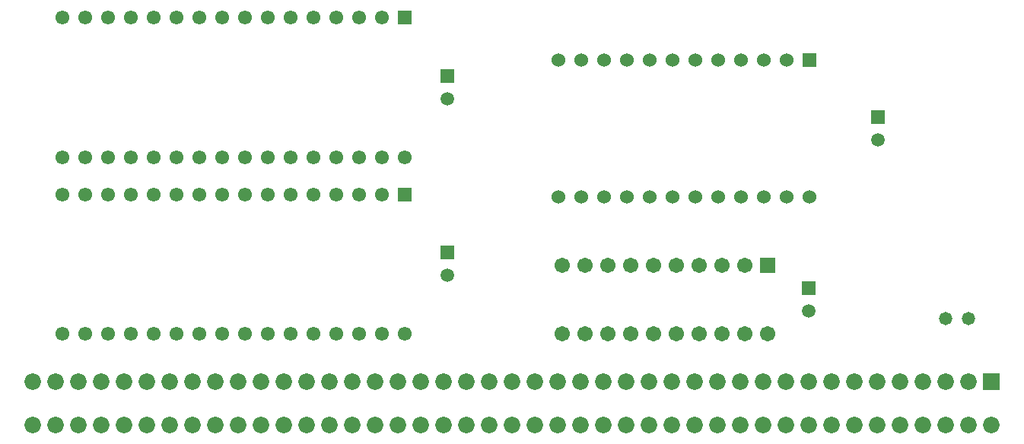
<source format=gbs>
G04*
G04 #@! TF.GenerationSoftware,Altium Limited,Altium Designer,20.2.6 (244)*
G04*
G04 Layer_Color=16711935*
%FSAX24Y24*%
%MOIN*%
G70*
G04*
G04 #@! TF.SameCoordinates,F670C94F-DB3F-48BB-9EAE-642EF2030223*
G04*
G04*
G04 #@! TF.FilePolarity,Negative*
G04*
G01*
G75*
%ADD16R,0.0671X0.0671*%
%ADD17C,0.0671*%
%ADD18R,0.0611X0.0611*%
%ADD19C,0.0611*%
%ADD20R,0.0592X0.0592*%
%ADD21C,0.0592*%
%ADD22C,0.0580*%
%ADD23C,0.0600*%
%ADD24R,0.0600X0.0600*%
%ADD25R,0.0725X0.0725*%
%ADD26C,0.0725*%
D16*
X269833Y133952D02*
D03*
D17*
X268833D02*
D03*
X267833D02*
D03*
X266833D02*
D03*
X265833D02*
D03*
X264833D02*
D03*
X263833D02*
D03*
X262833D02*
D03*
X264833Y130952D02*
D03*
X265833D02*
D03*
X260833D02*
D03*
X261833D02*
D03*
X262833D02*
D03*
X263833D02*
D03*
X266833D02*
D03*
X267833D02*
D03*
X268833D02*
D03*
X269833D02*
D03*
X260833Y133952D02*
D03*
X261833D02*
D03*
D18*
X253939Y144827D02*
D03*
Y137077D02*
D03*
D19*
X252939Y144827D02*
D03*
X251939D02*
D03*
X250939D02*
D03*
X249939D02*
D03*
X248939D02*
D03*
X247939D02*
D03*
X246939D02*
D03*
X245939D02*
D03*
X244939D02*
D03*
X243939D02*
D03*
X242939D02*
D03*
X241939D02*
D03*
X240939D02*
D03*
X239939D02*
D03*
X238939D02*
D03*
Y138702D02*
D03*
X239939D02*
D03*
X240939D02*
D03*
X241939D02*
D03*
X242939D02*
D03*
X243939D02*
D03*
X244939D02*
D03*
X245939D02*
D03*
X246939D02*
D03*
X247939D02*
D03*
X248939D02*
D03*
X249939D02*
D03*
X250939D02*
D03*
X251939D02*
D03*
X252939D02*
D03*
X253939D02*
D03*
X252939Y137077D02*
D03*
X251939D02*
D03*
X250939D02*
D03*
X249939D02*
D03*
X248939D02*
D03*
X247939D02*
D03*
X246939D02*
D03*
X245939D02*
D03*
X244939D02*
D03*
X243939D02*
D03*
X242939D02*
D03*
X241939D02*
D03*
X240939D02*
D03*
X239939D02*
D03*
X238939D02*
D03*
Y130952D02*
D03*
X239939D02*
D03*
X240939D02*
D03*
X241939D02*
D03*
X242939D02*
D03*
X243939D02*
D03*
X244939D02*
D03*
X245939D02*
D03*
X246939D02*
D03*
X247939D02*
D03*
X248939D02*
D03*
X249939D02*
D03*
X250939D02*
D03*
X251939D02*
D03*
X252939D02*
D03*
X253939D02*
D03*
D20*
X255804Y142276D02*
D03*
X271639Y132963D02*
D03*
X255804Y134526D02*
D03*
X274680Y140476D02*
D03*
D21*
X255804Y141276D02*
D03*
X271639Y131963D02*
D03*
X255804Y133526D02*
D03*
X274680Y139476D02*
D03*
D22*
X278639Y131615D02*
D03*
X277639D02*
D03*
D23*
X260689Y136965D02*
D03*
X261689D02*
D03*
X262689D02*
D03*
X263689D02*
D03*
X264689D02*
D03*
X265689D02*
D03*
X266689D02*
D03*
X267689D02*
D03*
X268689D02*
D03*
X269689D02*
D03*
X270689D02*
D03*
X271689D02*
D03*
X260689Y142965D02*
D03*
X261689D02*
D03*
X262689D02*
D03*
X263689D02*
D03*
X264689D02*
D03*
X265689D02*
D03*
X266689D02*
D03*
X267689D02*
D03*
X268689D02*
D03*
X269689D02*
D03*
X270689D02*
D03*
D24*
X271689D02*
D03*
D25*
X279639Y128865D02*
D03*
D26*
Y126955D02*
D03*
X278639Y128865D02*
D03*
Y126955D02*
D03*
X277639Y128865D02*
D03*
Y126955D02*
D03*
X276639Y128865D02*
D03*
Y126955D02*
D03*
X275639Y128865D02*
D03*
Y126955D02*
D03*
X274639Y128865D02*
D03*
Y126955D02*
D03*
X273639Y128865D02*
D03*
Y126955D02*
D03*
X272639Y128865D02*
D03*
X272639Y126955D02*
D03*
X271639Y128865D02*
D03*
Y126955D02*
D03*
X270639Y128865D02*
D03*
Y126955D02*
D03*
X269639Y128865D02*
D03*
Y126955D02*
D03*
X268639Y128865D02*
D03*
Y126955D02*
D03*
X267639Y128865D02*
D03*
Y126955D02*
D03*
X266639Y128865D02*
D03*
Y126955D02*
D03*
X265639Y128865D02*
D03*
Y126955D02*
D03*
X264639Y128865D02*
D03*
Y126955D02*
D03*
X263639Y128865D02*
D03*
X263639Y126955D02*
D03*
X262639Y128865D02*
D03*
Y126955D02*
D03*
X261639Y128865D02*
D03*
Y126955D02*
D03*
X260639Y128865D02*
D03*
Y126955D02*
D03*
X259639Y128865D02*
D03*
Y126955D02*
D03*
X258639Y128865D02*
D03*
Y126955D02*
D03*
X257639Y128865D02*
D03*
Y126955D02*
D03*
X256639Y128865D02*
D03*
Y126955D02*
D03*
X255639Y128865D02*
D03*
Y126955D02*
D03*
X254639Y128865D02*
D03*
X254639Y126955D02*
D03*
X253639Y128865D02*
D03*
Y126955D02*
D03*
X252639Y128865D02*
D03*
Y126955D02*
D03*
X251639Y128865D02*
D03*
Y126955D02*
D03*
X250639Y128865D02*
D03*
Y126955D02*
D03*
X249639Y128865D02*
D03*
Y126955D02*
D03*
X248639Y128865D02*
D03*
Y126955D02*
D03*
X247639Y128865D02*
D03*
Y126955D02*
D03*
X246639Y128865D02*
D03*
Y126955D02*
D03*
X245639Y128865D02*
D03*
Y126955D02*
D03*
X244639Y128865D02*
D03*
Y126955D02*
D03*
X243639Y128865D02*
D03*
Y126955D02*
D03*
X242639Y128865D02*
D03*
Y126955D02*
D03*
X241639Y128865D02*
D03*
Y126955D02*
D03*
X240639Y128865D02*
D03*
X240639Y126955D02*
D03*
X239639Y128865D02*
D03*
Y126955D02*
D03*
X238639Y128865D02*
D03*
Y126955D02*
D03*
X237639Y128865D02*
D03*
Y126955D02*
D03*
M02*

</source>
